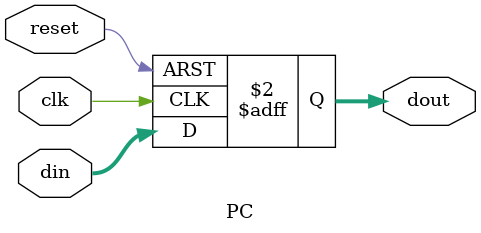
<source format=v>
module PC(
  input clk,
  input reset,
  input [31:0] din,
  
  output reg[31:0] dout
  );
  
  always@(posedge clk or posedge reset)
  begin
    if(reset) 
      dout <= 32'h3000;   //initial pc 
    else 
      dout <= din;        //renew pc
      $display(" PC_current :0x%x ", dout); //display the current pc
  end

endmodule
</source>
